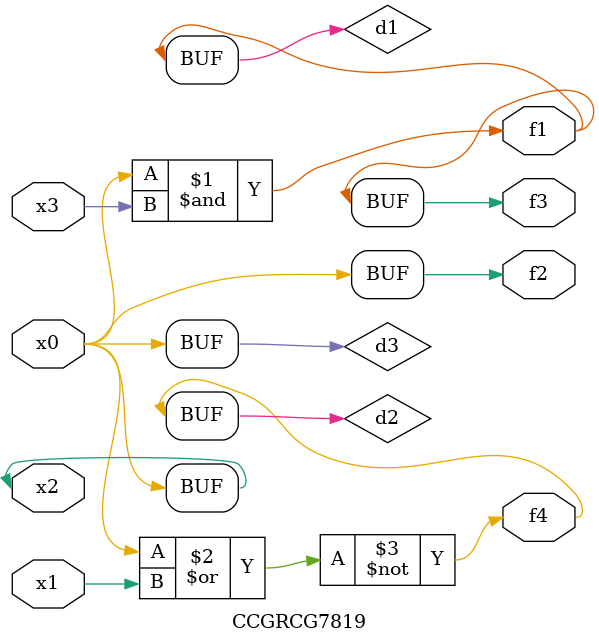
<source format=v>
module CCGRCG7819(
	input x0, x1, x2, x3,
	output f1, f2, f3, f4
);

	wire d1, d2, d3;

	and (d1, x2, x3);
	nor (d2, x0, x1);
	buf (d3, x0, x2);
	assign f1 = d1;
	assign f2 = d3;
	assign f3 = d1;
	assign f4 = d2;
endmodule

</source>
